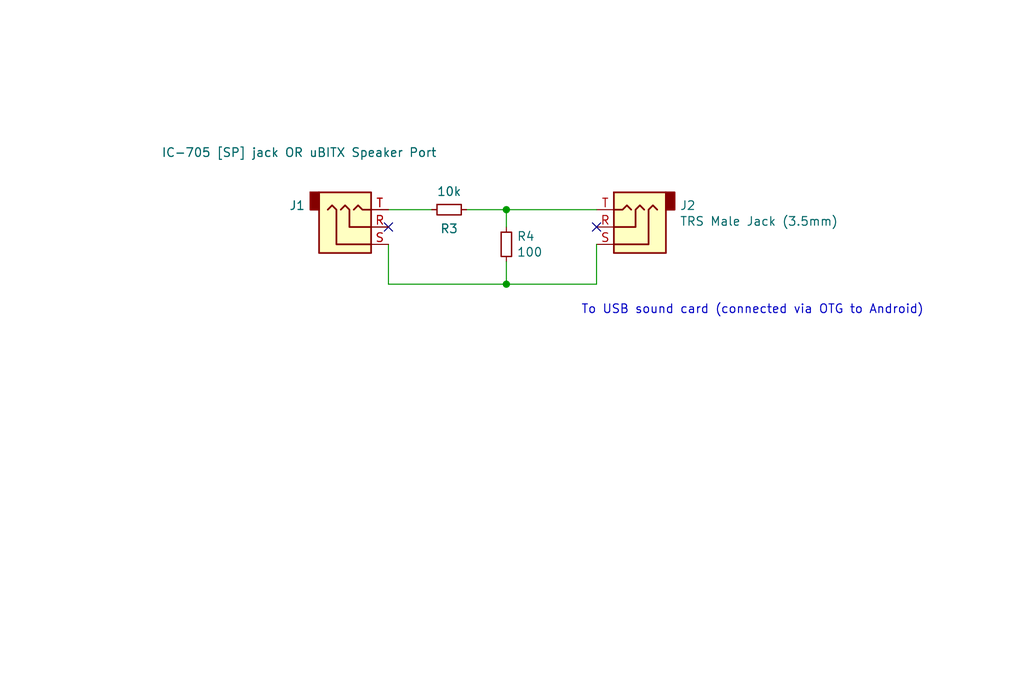
<source format=kicad_sch>
(kicad_sch (version 20211123) (generator eeschema)
  (paper "User" 150.012 100.965)
  (title_block (title "Speaker output to Mic input cable"))
  (lib_symbols
    (symbol "Connector:AudioJack3"
      (property "Reference" "J" (at 0 8.89 0))
      (property "Value" "AudioJack3" (at 0 6.35 0))
      (symbol "AudioJack3_0_1"
        (rectangle (start -5.08 -5.08) (end -6.35 -2.54) (stroke (width 0.254)) (fill (type outline)))
        (polyline (pts (xy 0 -2.54) (xy 0.635 -3.175) (xy 1.27 -2.54) (xy 2.54 -2.54)) (stroke (width 0.254)))
        (polyline (pts (xy -1.905 -2.54) (xy -1.27 -3.175) (xy -0.635 -2.54) (xy -0.635 0) (xy 2.54 0)) (stroke (width 0.254)))
        (polyline (pts (xy 2.54 2.54) (xy -2.54 2.54) (xy -2.54 -2.54) (xy -3.175 -3.175) (xy -3.81 -2.54)) (stroke (width 0.254)))
        (rectangle (start 2.54 3.81) (end -5.08 -5.08) (stroke (width 0.254)) (fill (type background)))
      )
      (symbol "AudioJack3_1_1"
        (pin passive line (at 5.08 0 180) (length 2.54) (name "~") (number "R"))
        (pin passive line (at 5.08 2.54 180) (length 2.54) (name "~") (number "S"))
        (pin passive line (at 5.08 -2.54 180) (length 2.54) (name "~") (number "T"))
      )
    )
    (symbol "Device:R_Small" (pin_numbers hide) (pin_names (offset 0.254) hide)
      (property "Reference" "R" (at 0.762 0.508 0))
      (property "Value" "R_Small" (at 0.762 -1.016 0))
      (symbol "R_Small_0_1"
        (rectangle (start -0.762 1.778) (end 0.762 -1.778) (stroke (width 0.2032)))
      )
      (symbol "R_Small_1_1"
        (pin passive line (at 0 2.54 270) (length 0.762) (name "~") (number "1"))
        (pin passive line (at 0 -2.54 90) (length 0.762) (name "~") (number "2"))
      )
    )
  )
  (junction (at 74.168 41.656))
  (junction (at 74.168 30.734))
  (no_connect (at 56.896 33.274))
  (no_connect (at 87.376 33.274))
  (wire (pts (xy 68.326 30.734) (xy 74.168 30.734)))
  (wire (pts (xy 56.896 30.734) (xy 63.246 30.734)))
  (wire (pts (xy 56.896 41.656) (xy 74.168 41.656)))
  (wire (pts (xy 87.376 35.814) (xy 87.376 41.656)))
  (wire (pts (xy 74.168 41.656) (xy 87.376 41.656)))
  (wire (pts (xy 56.896 35.814) (xy 56.896 41.656)))
  (wire (pts (xy 74.168 33.274) (xy 74.168 30.734)))
  (wire (pts (xy 74.168 41.656) (xy 74.168 38.354)))
  (wire (pts (xy 74.168 30.734) (xy 87.376 30.734)))
  (text "To USB sound card (connected via OTG to Android)" (at 85.09 46.228 0) (effects (font (size 1.27 1.27)) (justify left bottom)))
  (symbol (lib_id "Connector:AudioJack3") (at 92.456 33.274 180) (unit 1)
    (property "Reference" "J2" (at 99.5426 30.1244 0) (effects (justify right)))
    (property "Value" "TRS Male Jack (3.5mm)" (at 99.5426 32.4358 0) (effects (justify right)))
  )
  (symbol (lib_id "Connector:AudioJack3") (at 51.816 33.274 0) (mirror x) (unit 1)
    (property "Reference" "J1" (at 44.7294 30.1244 0) (effects (justify right)))
    (property "Value" "IC-705 [SP] jack OR uBITX Speaker Port" (at 64.008 22.352 0) (effects (justify right)))
  )
  (symbol (lib_id "Device:R_Small") (at 74.168 35.814 0) (unit 1)
    (property "Reference" "R4" (at 75.6666 34.6456 0) (effects (justify left)))
    (property "Value" "100" (at 75.6666 36.957 0) (effects (justify left)))
  )
  (symbol (lib_id "Device:R_Small") (at 65.786 30.734 270) (unit 1)
    (property "Reference" "R3" (at 65.786 33.528 90))
    (property "Value" "10k" (at 65.786 28.067 90))
  )
)
</source>
